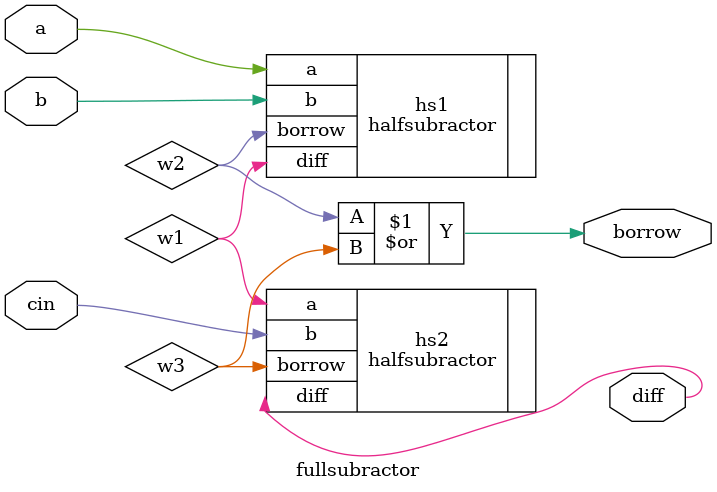
<source format=v>
module fullsubractor(a,b,cin,diff,borrow);
input a,b,cin;
output diff,borrow;
wire w1,w2,w3;

halfsubractor hs1(.a(a),.b(b),.diff(w1),.borrow(w2));
halfsubractor hs2(.a(w1),.b(cin),.diff(diff),.borrow(w3));
or o1(borrow,w2,w3);
endmodule

</source>
